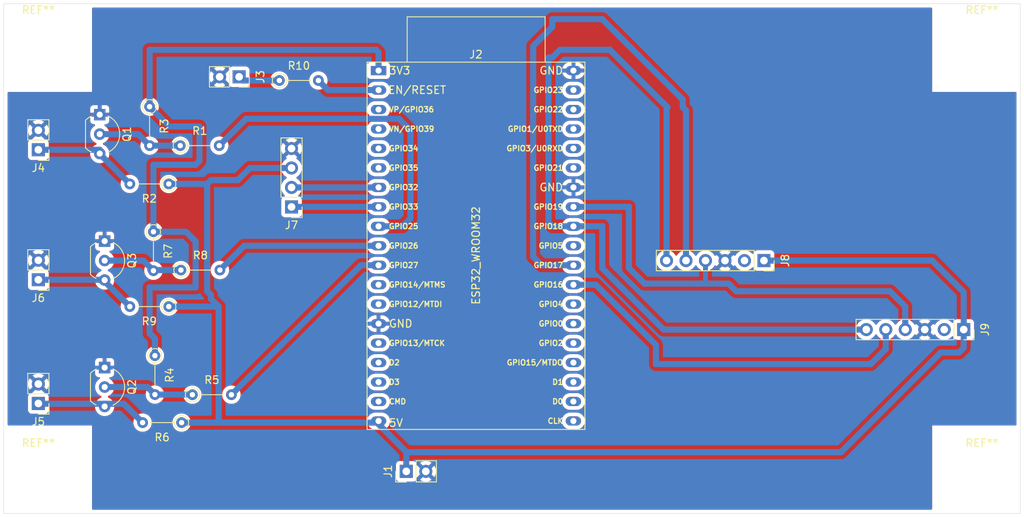
<source format=kicad_pcb>
(kicad_pcb (version 20241229) (generator "pcbnew") (generator_version "9.0")
  (layers (0 "F.Cu" signal) (2 "B.Cu" signal) (13 "F.Paste" user) (15 "B.Paste" user) (5 "F.SilkS" user "F.Silkscreen") (7 "B.SilkS" user "B.Silkscreen") (1 "F.Mask" user) (3 "B.Mask" user) (25 "Edge.Cuts" user))
  (net 0 "")
  (net 1 "GNDREF")
  (net 2 "+5V")
  (net 4 "RESET")
  (net 6 "/GPIO15 - ADC13")
  (net 8 "LCD_CLK")
  (net 9 "MAX31855_CS_KILN")
  (net 11 "/GPIO0 - ADC11")
  (net 12 "MAX31855_DO")
  (net 18 "MAX31855_CLK")
  (net 20 "SSR40-DA1")
  (net 21 "SSR40-DA2")
  (net 22 "MAX31855_CS_HSING")
  (net 23 "ALARM")
  (net 24 "/GPIO5 - VSPI SS")
  (net 28 "/GPIO23 - VSPI MOSI")
  (net 29 "/GPIO2 - ADC12")
  (net 31 "+3.3V")
  (net 32 "LCD_DO")
  (net 36 "/GPIO4 - ADC10")
  (net 37 "Net-(J3-Pin_1)")
  (net 38 "Net-(J4-Pin_1)")
  (net 39 "Net-(J5-Pin_1)")
  (net 40 "Net-(J6-Pin_1)")
  (net 43 "Net-(Q1-B)")
  (net 44 "Net-(Q2-B)")
  (net 45 "Net-(Q3-B)")
  (footprint "Package_TO_SOT_THT:TO-92_Inline_Wide" (layer "F.Cu") (at 73.64 100.46 -90)
    (property "Reference" "Q2" (at 2.54 -3.56 270) (layer "F.SilkS"))
    (property "Value" "2N3904")
    (fp_line (start 0.74 1.85) (end 4.34 1.85) (stroke (width 0.12)) (layer "F.SilkS"))
    (fp_arc (start 0.74 1.85) (mid 0.446097 1.509328) (end 0.215816 1.122795) (stroke (width 0.12)) (layer "F.SilkS"))
    (fp_arc (start 4.864184 1.122795) (mid 4.633903 1.509328) (end 4.34 1.85) (stroke (width 0.12)) (layer "F.SilkS"))
    (fp_arc (start 0.1836 -1.098807) (mid 1.143021 -2.192817) (end 2.54 -2.6) (stroke (width 0.12)) (layer "F.SilkS"))
    (fp_arc (start 2.54 -2.6) (mid 3.936979 -2.192818) (end 4.8964 -1.098807) (stroke (width 0.12)) (layer "F.SilkS"))
    (pad "1" thru_hole rect (at 0 0 270) (size 1.5 1.5) (drill 0.8) (layers "*.Cu" "*.Mask") (net 1 "GNDREF"))
    (pad "2" thru_hole circle (at 2.54 0 270) (size 1.5 1.5) (drill 0.8) (layers "*.Cu" "*.Mask") (net 44 "Net-(Q2-B)"))
    (pad "3" thru_hole circle (at 5.08 0 270) (size 1.5 1.5) (drill 0.8) (layers "*.Cu" "*.Mask") (net 39 "Net-(J5-Pin_1)"))
  )
  (footprint "Resistor_THT:R_Axial_DIN0204_L3.6mm_D1.6mm_P5.08mm_Vertical" (layer "F.Cu") (at 83.66876 107.641164 180)
    (property "Reference" "R6" (at 2.54 -1.92 0) (layer "F.SilkS"))
    (property "Value" "510")
    (fp_line (start 0.92 0) (end 4.08 0) (stroke (width 0.12)) (layer "F.SilkS"))
    (fp_circle (center 0 0) (end 0.92 0) (stroke (width 0.12)) (fill no) (layer "F.SilkS"))
    (pad "1" thru_hole circle (at 0 0 180) (size 1.4 1.4) (drill 0.7) (layers "*.Cu" "*.Mask") (net 2 "+5V"))
    (pad "2" thru_hole oval (at 5.08 0 180) (size 1.4 1.4) (drill 0.7) (layers "*.Cu" "*.Mask") (net 39 "Net-(J5-Pin_1)"))
  )
  (footprint "Connector_PinHeader_2.54mm:PinHeader_1x02_P2.54mm_Vertical" (layer "F.Cu") (at 112.96 114 90)
    (property "Reference" "J1" (at 0 -2.38 90) (layer "F.SilkS"))
    (property "Value" "MAIN_PWR")
    (fp_line (start -1.38 -1.38) (end 0 -1.38) (stroke (width 0.12)) (layer "F.SilkS"))
    (fp_line (start -1.38 0) (end -1.38 -1.38) (stroke (width 0.12)) (layer "F.SilkS"))
    (fp_line (start 1.38 1.27) (end 1.38 3.92) (stroke (width 0.12)) (layer "F.SilkS"))
    (fp_line (start -1.38 1.27) (end 1.38 1.27) (stroke (width 0.12)) (layer "F.SilkS"))
    (fp_line (start -1.38 1.27) (end -1.38 3.92) (stroke (width 0.12)) (layer "F.SilkS"))
    (fp_line (start -1.38 3.92) (end 1.38 3.92) (stroke (width 0.12)) (layer "F.SilkS"))
    (pad "1" thru_hole rect (at 0 0 90) (size 1.7 1.7) (drill 1) (layers "*.Cu" "*.Mask") (net 2 "+5V"))
    (pad "2" thru_hole circle (at 0 2.54 90) (size 1.7 1.7) (drill 1) (layers "*.Cu" "*.Mask") (net 1 "GNDREF"))
  )
  (footprint "Connector_PinSocket_2.54mm:PinSocket_1x06_P2.54mm_Vertical" (layer "F.Cu") (at 159.58 86.5 -90)
    (property "Reference" "J8" (at 0 -2.77 90) (layer "F.SilkS"))
    (property "Value" "MAX31855_KILN")
    (fp_line (start -1.33 14.03) (end 1.33 14.03) (stroke (width 0.12)) (layer "F.SilkS"))
    (fp_line (start -1.33 1.27) (end -1.33 14.03) (stroke (width 0.12)) (layer "F.SilkS"))
    (fp_line (start -1.33 1.27) (end 1.33 1.27) (stroke (width 0.12)) (layer "F.SilkS"))
    (fp_line (start 1.33 1.27) (end 1.33 14.03) (stroke (width 0.12)) (layer "F.SilkS"))
    (fp_line (start 0 -1.33) (end 1.33 -1.33) (stroke (width 0.12)) (layer "F.SilkS"))
    (fp_line (start 1.33 -1.33) (end 1.33 0) (stroke (width 0.12)) (layer "F.SilkS"))
    (pad "1" thru_hole rect (at 0 0 270) (size 1.7 1.7) (drill 1) (layers "*.Cu" "*.Mask") (net 2 "+5V"))
    (pad "2" thru_hole circle (at 0 2.54 270) (size 1.7 1.7) (drill 1) (layers "*.Cu" "*.Mask"))
    (pad "3" thru_hole circle (at 0 5.08 270) (size 1.7 1.7) (drill 1) (layers "*.Cu" "*.Mask") (net 1 "GNDREF"))
    (pad "4" thru_hole circle (at 0 7.62 270) (size 1.7 1.7) (drill 1) (layers "*.Cu" "*.Mask") (net 12 "MAX31855_DO"))
    (pad "5" thru_hole circle (at 0 10.16 270) (size 1.7 1.7) (drill 1) (layers "*.Cu" "*.Mask") (net 9 "MAX31855_CS_KILN"))
    (pad "6" thru_hole circle (at 0 12.7 270) (size 1.7 1.7) (drill 1) (layers "*.Cu" "*.Mask") (net 18 "MAX31855_CLK"))
  )
  (footprint "Package_TO_SOT_THT:TO-92_Inline_Wide" (layer "F.Cu") (at 73.64 83.96 -90)
    (property "Reference" "Q3" (at 2.54 -3.56 270) (layer "F.SilkS"))
    (property "Value" "2N3904")
    (fp_line (start 0.74 1.85) (end 4.34 1.85) (stroke (width 0.12)) (layer "F.SilkS"))
    (fp_arc (start 0.74 1.85) (mid 0.446097 1.509328) (end 0.215816 1.122795) (stroke (width 0.12)) (layer "F.SilkS"))
    (fp_arc (start 4.864184 1.122795) (mid 4.633903 1.509328) (end 4.34 1.85) (stroke (width 0.12)) (layer "F.SilkS"))
    (fp_arc (start 0.1836 -1.098807) (mid 1.143021 -2.192817) (end 2.54 -2.6) (stroke (width 0.12)) (layer "F.SilkS"))
    (fp_arc (start 2.54 -2.6) (mid 3.936979 -2.192818) (end 4.8964 -1.098807) (stroke (width 0.12)) (layer "F.SilkS"))
    (pad "1" thru_hole rect (at 0 0 270) (size 1.5 1.5) (drill 0.8) (layers "*.Cu" "*.Mask") (net 1 "GNDREF"))
    (pad "2" thru_hole circle (at 2.54 0 270) (size 1.5 1.5) (drill 0.8) (layers "*.Cu" "*.Mask") (net 45 "Net-(Q3-B)"))
    (pad "3" thru_hole circle (at 5.08 0 270) (size 1.5 1.5) (drill 0.8) (layers "*.Cu" "*.Mask") (net 40 "Net-(J6-Pin_1)"))
  )
  (footprint "MountingHole:MountingHole_3.2mm_M3" (layer "F.Cu") (at 65 114.5)
    (property "Reference" "REF**" (at 0 -4.2 0) (layer "F.SilkS"))
    (property "Value" "M3")
    (pad "" np_thru_hole circle (at 0 0) (size 3.2 3.2) (drill 3.2) (layers "*.Cu" "*.Mask"))
  )
  (footprint "MountingHole:MountingHole_3.2mm_M3" (layer "F.Cu") (at 188 58)
    (property "Reference" "REF**" (at 0 -4.2 0) (layer "F.SilkS"))
    (property "Value" "M3")
    (pad "" np_thru_hole circle (at 0 0) (size 3.2 3.2) (drill 3.2) (layers "*.Cu" "*.Mask"))
  )
  (footprint "MountingHole:MountingHole_3.2mm_M3" (layer "F.Cu") (at 188 114.5)
    (property "Reference" "REF**" (at 0 -4.2 0) (layer "F.SilkS"))
    (property "Value" "M3")
    (pad "" np_thru_hole circle (at 0 0) (size 3.2 3.2) (drill 3.2) (layers "*.Cu" "*.Mask"))
  )
  (footprint "Resistor_THT:R_Axial_DIN0204_L3.6mm_D1.6mm_P5.08mm_Vertical" (layer "F.Cu") (at 82 92.5 180)
    (property "Reference" "R9" (at 2.54 -1.92 0) (layer "F.SilkS"))
    (property "Value" "510")
    (fp_line (start 0.92 0) (end 4.08 0) (stroke (width 0.12)) (layer "F.SilkS"))
    (fp_circle (center 0 0) (end 0.92 0) (stroke (width 0.12)) (fill no) (layer "F.SilkS"))
    (pad "1" thru_hole circle (at 0 0 180) (size 1.4 1.4) (drill 0.7) (layers "*.Cu" "*.Mask") (net 2 "+5V"))
    (pad "2" thru_hole oval (at 5.08 0 180) (size 1.4 1.4) (drill 0.7) (layers "*.Cu" "*.Mask") (net 40 "Net-(J6-Pin_1)"))
  )
  (footprint "Connector_PinHeader_2.54mm:PinHeader_1x02_P2.54mm_Vertical" (layer "F.Cu") (at 65 72.04 180)
    (property "Reference" "J4" (at 0 -2.38 0) (layer "F.SilkS"))
    (property "Value" "SSR40_DA1")
    (fp_line (start 1.38 1.27) (end 1.38 3.92) (stroke (width 0.12)) (layer "F.SilkS"))
    (fp_line (start -1.38 3.92) (end 1.38 3.92) (stroke (width 0.12)) (layer "F.SilkS"))
    (fp_line (start -1.38 1.27) (end 1.38 1.27) (stroke (width 0.12)) (layer "F.SilkS"))
    (fp_line (start -1.38 1.27) (end -1.38 3.92) (stroke (width 0.12)) (layer "F.SilkS"))
    (fp_line (start -1.38 0) (end -1.38 -1.38) (stroke (width 0.12)) (layer "F.SilkS"))
    (fp_line (start -1.38 -1.38) (end 0 -1.38) (stroke (width 0.12)) (layer "F.SilkS"))
    (pad "1" thru_hole rect (at 0 0 180) (size 1.7 1.7) (drill 1) (layers "*.Cu" "*.Mask") (net 38 "Net-(J4-Pin_1)"))
    (pad "2" thru_hole circle (at 0 2.54 180) (size 1.7 1.7) (drill 1) (layers "*.Cu" "*.Mask") (net 1 "GNDREF"))
  )
  (footprint "Resistor_THT:R_Axial_DIN0204_L3.6mm_D1.6mm_P5.08mm_Vertical" (layer "F.Cu") (at 79.5 66.42 -90)
    (property "Reference" "R3" (at 2.54 -1.92 90) (layer "F.SilkS"))
    (property "Value" "10K")
    (fp_line (start 0.92 0) (end 4.08 0) (stroke (width 0.12)) (layer "F.SilkS"))
    (fp_circle (center 0 0) (end 0.92 0) (stroke (width 0.12)) (fill no) (layer "F.SilkS"))
    (pad "1" thru_hole circle (at 0 0 270) (size 1.4 1.4) (drill 0.7) (layers "*.Cu" "*.Mask") (net 31 "+3.3V"))
    (pad "2" thru_hole oval (at 5.08 0 270) (size 1.4 1.4) (drill 0.7) (layers "*.Cu" "*.Mask") (net 43 "Net-(Q1-B)"))
  )
  (footprint "Resistor_THT:R_Axial_DIN0204_L3.6mm_D1.6mm_P5.08mm_Vertical" (layer "F.Cu") (at 80.192193 98.902238 -90)
    (property "Reference" "R4" (at 2.54 -1.92 90) (layer "F.SilkS"))
    (property "Value" "10K")
    (fp_line (start 0.92 0) (end 4.08 0) (stroke (width 0.12)) (layer "F.SilkS"))
    (fp_circle (center 0 0) (end 0.92 0) (stroke (width 0.12)) (fill no) (layer "F.SilkS"))
    (pad "1" thru_hole circle (at 0 0 270) (size 1.4 1.4) (drill 0.7) (layers "*.Cu" "*.Mask") (net 31 "+3.3V"))
    (pad "2" thru_hole oval (at 5.08 0 270) (size 1.4 1.4) (drill 0.7) (layers "*.Cu" "*.Mask") (net 44 "Net-(Q2-B)"))
  )
  (footprint "MountingHole:MountingHole_3.2mm_M3" (layer "F.Cu") (at 65 58)
    (property "Reference" "REF**" (at 0 -4.2 0) (layer "F.SilkS"))
    (property "Value" "M3")
    (pad "" np_thru_hole circle (at 0 0) (size 3.2 3.2) (drill 3.2) (layers "*.Cu" "*.Mask"))
  )
  (footprint "Connector_PinHeader_2.54mm:PinHeader_1x04_P2.54mm_Vertical" (layer "F.Cu") (at 98 79.5 180)
    (property "Reference" "J7" (at 0 -2.38 0) (layer "F.SilkS"))
    (property "Value" "LCD_TM1637")
    (fp_line (start 1.38 1.27) (end 1.38 9) (stroke (width 0.12)) (layer "F.SilkS"))
    (fp_line (start -1.38 9) (end 1.38 9) (stroke (width 0.12)) (layer "F.SilkS"))
    (fp_line (start -1.38 1.27) (end 1.38 1.27) (stroke (width 0.12)) (layer "F.SilkS"))
    (fp_line (start -1.38 1.27) (end -1.38 9) (stroke (width 0.12)) (layer "F.SilkS"))
    (fp_line (start -1.38 0) (end -1.38 -1.38) (stroke (width 0.12)) (layer "F.SilkS"))
    (fp_line (start -1.38 -1.38) (end 0 -1.38) (stroke (width 0.12)) (layer "F.SilkS"))
    (pad "1" thru_hole rect (at 0 0 180) (size 1.7 1.7) (drill 1) (layers "*.Cu" "*.Mask") (net 8 "LCD_CLK"))
    (pad "2" thru_hole circle (at 0 2.54 180) (size 1.7 1.7) (drill 1) (layers "*.Cu" "*.Mask") (net 32 "LCD_DO"))
    (pad "3" thru_hole circle (at 0 5.08 180) (size 1.7 1.7) (drill 1) (layers "*.Cu" "*.Mask") (net 2 "+5V"))
    (pad "4" thru_hole circle (at 0 7.62 180) (size 1.7 1.7) (drill 1) (layers "*.Cu" "*.Mask") (net 1 "GNDREF"))
  )
  (footprint "PCM_Espressif:ESP32-DevKitC" (layer "F.Cu") (at 109.345 61.70812)
    (property "Reference" "J2" (at 12.7 -2.1 0) (layer "F.SilkS"))
    (property "Value" "ESP32_WROOM32" (at 12.7 24.13 90) (layer "F.SilkS"))
    (fp_line (start -1.5 46.82) (end 26.899999 46.82) (stroke (width 0.12)) (layer "F.SilkS"))
    (fp_line (start -1.499999 -1.1) (end -1.5 46.82) (stroke (width 0.12)) (layer "F.SilkS"))
    (fp_line (start 3.73012 -7.01312) (end 21.71332 -7.01312) (stroke (width 0.12)) (layer "F.SilkS"))
    (fp_line (start 3.73012 -1.12032) (end 3.73012 -7.01312) (stroke (width 0.12)) (layer "F.SilkS"))
    (fp_line (start 21.71332 -7.01312) (end 21.71332 -1.12032) (stroke (width 0.12)) (layer "F.SilkS"))
    (fp_line (start 26.899999 46.82) (end 26.9 -1.1) (stroke (width 0.12)) (layer "F.SilkS"))
    (fp_line (start 26.9 -1.1) (end -1.499999 -1.1) (stroke (width 0.12)) (layer "F.SilkS"))
    (fp_text user "GND" (at 1.27 33.02 0) (layer "F.SilkS") (effects (justify left)))
    (fp_text user "D0" (at 24.13 43.18 0) (layer "F.SilkS") (effects (font (size 0.7 0.7)) (justify right)))
    (fp_text user "CLK" (at 24.13 45.72 0) (layer "F.SilkS") (effects (font (size 0.7 0.7)) (justify right)))
    (fp_text user "GPIO3/U0RXD" (at 24.13 10.16 0) (layer "F.SilkS") (effects (font (size 0.7 0.7)) (justify right)))
    (fp_text user "VN/GPIO39" (at 1.27 7.62 0) (layer "F.SilkS") (effects (font (size 0.7 0.7)) (justify left)))
    (fp_text user "GPIO1/U0TXD" (at 24.13 7.62 0) (layer "F.SilkS") (effects (font (size 0.7 0.7)) (justify right)))
    (fp_text user "D3" (at 1.27 40.64 0) (layer "F.SilkS") (effects (font (size 0.7 0.7)) (justify left)))
    (fp_text user "GPIO22" (at 24.13 5.08 0) (layer "F.SilkS") (effects (font (size 0.7 0.7)) (justify right)))
    (fp_text user "GPIO18" (at 24.13 20.32 0) (layer "F.SilkS") (effects (font (size 0.7 0.7)) (justify right)))
    (fp_text user "GPIO17" (at 24.13 25.4 0) (layer "F.SilkS") (effects (font (size 0.7 0.7)) (justify right)))
    (fp_text user "GPIO2" (at 24.13 35.56 0) (layer "F.SilkS") (effects (font (size 0.7 0.7)) (justify right)))
    (fp_text user "VP/GPIO36" (at 1.27 5.08 0) (layer "F.SilkS") (effects (font (size 0.7 0.7)) (justify left)))
    (fp_text user "GPIO0" (at 24.13 33.02 0) (layer "F.SilkS") (effects (font (size 0.7 0.7)) (justify right)))
    (fp_text user "GPIO35" (at 1.27 12.7 0) (layer "F.SilkS") (effects (font (size 0.7 0.7)) (justify left)))
    (fp_text user "GPIO19" (at 24.13 17.78 0) (layer "F.SilkS") (effects (font (size 0.7 0.7)) (justify right)))
    (fp_text user "GPIO33" (at 1.27 17.78 0) (layer "F.SilkS") (effects (font (size 0.7 0.7)) (justify left)))
    (fp_text user "D1" (at 24.13 40.64 0) (layer "F.SilkS") (effects (font (size 0.7 0.7)) (justify right)))
    (fp_text user "GPIO26" (at 1.27 22.86 0) (layer "F.SilkS") (effects (font (size 0.7 0.7)) (justify left)))
    (fp_text user "GPIO5" (at 24.13 22.86 0) (layer "F.SilkS") (effects (font (size 0.7 0.7)) (justify right)))
    (fp_text user "GPIO32" (at 1.27 15.24 0) (layer "F.SilkS") (effects (font (size 0.7 0.7)) (justify left)))
    (fp_text user "GPIO4" (at 24.13 30.48 0) (layer "F.SilkS") (effects (font (size 0.7 0.7)) (justify right)))
    (fp_text user "GND" (at 24.13 0 0) (layer "F.SilkS") (effects (justify right)))
    (fp_text user "D2" (at 1.27 38.1 0) (layer "F.SilkS") (effects (font (size 0.7 0.7)) (justify left)))
    (fp_text user "GPIO14/MTMS" (at 1.27 27.94 0) (layer "F.SilkS") (effects (font (size 0.7 0.7)) (justify left)))
    (fp_text user "5V" (at 1.26632 45.97128 0) (layer "F.SilkS") (effects (justify left)))
    (fp_text user "GPIO21" (at 24.13 12.7 0) (layer "F.SilkS") (effects (font (size 0.7 0.7)) (justify right)))
    (fp_text user "GND" (at 24.13 15.24 0) (layer "F.SilkS") (effects (justify right)))
    (fp_text user "EN/RESET" (at 8.88632 2.53728 0) (layer "F.SilkS") (effects (justify right)))
    (fp_text user "GPIO27" (at 1.27 25.4 0) (layer "F.SilkS") (effects (font (size 0.7 0.7)) (justify left)))
    (fp_text user "GPIO25" (at 1.27 20.32 0) (layer "F.SilkS") (effects (font (size 0.7 0.7)) (justify left)))
    (fp_text user "GPIO12/MTDI" (at 1.27 30.48 0) (layer "F.SilkS") (effects (font (size 0.7 0.7)) (justify left)))
    (fp_text user "GPIO15/MTDO" (at 24.13 38.1 0) (layer "F.SilkS") (effects (font (size 0.7 0.7)) (justify right)))
    (fp_text user "GPIO23" (at 24.13 2.54 0) (layer "F.SilkS") (effects (font (size 0.7 0.7)) (justify right)))
    (fp_text user "CMD" (at 1.27 43.18 0) (layer "F.SilkS") (effects (font (size 0.7 0.7)) (justify left)))
    (fp_text user "GPIO13/MTCK" (at 1.27 35.56 0) (layer "F.SilkS") (effects (font (size 0.7 0.7)) (justify left)))
    (fp_text user "GPIO16" (at 24.13 27.94 0) (layer "F.SilkS") (effects (font (size 0.7 0.7)) (justify right)))
    (fp_text user "GPIO34" (at 1.27 10.16 0) (layer "F.SilkS") (effects (font (size 0.7 0.7)) (justify left)))
    (fp_text user "3V3" (at 1.27 0 0) (layer "F.SilkS") (effects (justify left)))
    (pad "1" thru_hole rect (at 0 0 270) (size 1.2 2) (drill 0.8) (layers "*.Cu" "*.Mask") (net 31 "+3.3V"))
    (pad "2" thru_hole oval (at 0 2.54 270) (size 1.2 2) (drill 0.8) (layers "*.Cu" "*.Mask") (net 4 "RESET"))
    (pad "3" thru_hole oval (at 0 5.08 270) (size 1.2 2) (drill 0.8) (layers "*.Cu" "*.Mask"))
    (pad "4" thru_hole oval (at 0 7.62 270) (size 1.2 2) (drill 0.8) (layers "*.Cu" "*.Mask"))
    (pad "5" thru_hole oval (at 0 10.16 270) (size 1.2 2) (drill 0.8) (layers "*.Cu" "*.Mask"))
    (pad "6" thru_hole oval (at 0 12.7 270) (size 1.2 2) (drill 0.8) (layers "*.Cu" "*.Mask"))
    (pad "7" thru_hole oval (at 0 15.24 270) (size 1.2 2) (drill 0.8) (layers "*.Cu" "*.Mask") (net 32 "LCD_DO"))
    (pad "8" thru_hole oval (at 0 17.78 270) (size 1.2 2) (drill 0.8) (layers "*.Cu" "*.Mask") (net 8 "LCD_CLK"))
    (pad "9" thru_hole oval (at 0 20.32 270) (size 1.2 2) (drill 0.8) (layers "*.Cu" "*.Mask") (net 20 "SSR40-DA1"))
    (pad "10" thru_hole oval (at 0 22.86 270) (size 1.2 2) (drill 0.8) (layers "*.Cu" "*.Mask") (net 23 "ALARM"))
    (pad "11" thru_hole oval (at 0 25.4 270) (size 1.2 2) (drill 0.8) (layers "*.Cu" "*.Mask") (net 21 "SSR40-DA2"))
    (pad "12" thru_hole oval (at 0 27.94 270) (size 1.2 2) (drill 0.8) (layers "*.Cu" "*.Mask"))
    (pad "13" thru_hole oval (at 0 30.48 270) (size 1.2 2) (drill 0.8) (layers "*.Cu" "*.Mask"))
    (pad "14" thru_hole oval (at 0 33.02 270) (size 1.2 2) (drill 0.8) (layers "*.Cu" "*.Mask") (net 1 "GNDREF"))
    (pad "15" thru_hole oval (at 0 35.56 270) (size 1.2 2) (drill 0.8) (layers "*.Cu" "*.Mask"))
    (pad "16" thru_hole oval (at 0 38.1 270) (size 1.2 2) (drill 0.8) (layers "*.Cu" "*.Mask"))
    (pad "17" thru_hole oval (at 0 40.64 270) (size 1.2 2) (drill 0.8) (layers "*.Cu" "*.Mask"))
    (pad "18" thru_hole oval (at 0 43.18 270) (size 1.2 2) (drill 0.8) (layers "*.Cu" "*.Mask"))
    (pad "19" thru_hole oval (at 0 45.72 270) (size 1.2 2) (drill 0.8) (layers "*.Cu" "*.Mask") (net 2 "+5V"))
    (pad "20" thru_hole oval (at 25.39632 45.71728 270) (size 1.2 2) (drill 0.8) (layers "*.Cu" "*.Mask"))
    (pad "21" thru_hole oval (at 25.39632 43.17728 270) (size 1.2 2) (drill 0.8) (layers "*.Cu" "*.Mask"))
    (pad "22" thru_hole oval (at 25.4 40.64 270) (size 1.2 2) (drill 0.8) (layers "*.Cu" "*.Mask"))
    (pad "23" thru_hole oval (at 25.4 38.1 270) (size 1.2 2) (drill 0.8) (layers "*.Cu" "*.Mask") (net 6 "/GPIO15 - ADC13"))
    (pad "24" thru_hole oval (at 25.4 35.56 270) (size 1.2 2) (drill 0.8) (layers "*.Cu" "*.Mask") (net 29 "/GPIO2 - ADC12"))
    (pad "25" thru_hole oval (at 25.4 33.02 270) (size 1.2 2) (drill 0.8) (layers "*.Cu" "*.Mask") (net 11 "/GPIO0 - ADC11"))
    (pad "26" thru_hole oval (at 25.4 30.48 270) (size 1.2 2) (drill 0.8) (layers "*.Cu" "*.Mask") (net 36 "/GPIO4 - ADC10"))
    (pad "27" thru_hole oval (at 25.4 27.94 270) (size 1.2 2) (drill 0.8) (layers "*.Cu" "*.Mask") (net 22 "MAX31855_CS_HSING"))
    (pad "28" thru_hole oval (at 25.4 25.4 270) (size 1.2 2) (drill 0.8) (layers "*.Cu" "*.Mask") (net 9 "MAX31855_CS_KILN"))
    (pad "29" thru_hole oval (at 25.4 22.86 270) (size 1.2 2) (drill 0.8) (layers "*.Cu" "*.Mask") (net 24 "/GPIO5 - VSPI SS"))
    (pad "30" thru_hole oval (at 25.4 20.32 270) (size 1.2 2) (drill 0.8) (layers "*.Cu" "*.Mask") (net 18 "MAX31855_CLK"))
    (pad "31" thru_hole oval (at 25.4 17.78 270) (size 1.2 2) (drill 0.8) (layers "*.Cu" "*.Mask") (net 12 "MAX31855_DO"))
    (pad "32" thru_hole oval (at 25.4 15.24 270) (size 1.2 2) (drill 0.8) (layers "*.Cu" "*.Mask") (net 1 "GNDREF"))
    (pad "33" thru_hole oval (at 25.4 12.7 270) (size 1.2 2) (drill 0.8) (layers "*.Cu" "*.Mask"))
    (pad "34" thru_hole oval (at 25.4 10.16 270) (size 1.2 2) (drill 0.8) (layers "*.Cu" "*.Mask"))
    (pad "35" thru_hole oval (at 25.4 7.62 270) (size 1.2 2) (drill 0.8) (layers "*.Cu" "*.Mask"))
    (pad "36" thru_hole oval (at 25.4 5.08 270) (size 1.2 2) (drill 0.8) (layers "*.Cu" "*.Mask"))
    (pad "37" thru_hole oval (at 25.4 2.54 270) (size 1.2 2) (drill 0.8) (layers "*.Cu" "*.Mask") (net 28 "/GPIO23 - VSPI MOSI"))
    (pad "38" thru_hole oval (at 25.4 0 270) (size 1.2 2) (drill 0.8) (layers "*.Cu" "*.Mask") (net 1 "GNDREF"))
  )
  (footprint "Connector_PinHeader_2.54mm:PinHeader_1x02_P2.54mm_Vertical" (layer "F.Cu") (at 65 105.141164 180)
    (property "Reference" "J5" (at 0 -2.38 0) (layer "F.SilkS"))
    (property "Value" "SSR40_DA2")
    (fp_line (start 1.38 1.27) (end 1.38 3.92) (stroke (width 0.12)) (layer "F.SilkS"))
    (fp_line (start -1.38 3.92) (end 1.38 3.92) (stroke (width 0.12)) (layer "F.SilkS"))
    (fp_line (start -1.38 1.27) (end 1.38 1.27) (stroke (width 0.12)) (layer "F.SilkS"))
    (fp_line (start -1.38 1.27) (end -1.38 3.92) (stroke (width 0.12)) (layer "F.SilkS"))
    (fp_line (start -1.38 0) (end -1.38 -1.38) (stroke (width 0.12)) (layer "F.SilkS"))
    (fp_line (start -1.38 -1.38) (end 0 -1.38) (stroke (width 0.12)) (layer "F.SilkS"))
    (pad "1" thru_hole rect (at 0 0 180) (size 1.7 1.7) (drill 1) (layers "*.Cu" "*.Mask") (net 39 "Net-(J5-Pin_1)"))
    (pad "2" thru_hole circle (at 0 2.54 180) (size 1.7 1.7) (drill 1) (layers "*.Cu" "*.Mask") (net 1 "GNDREF"))
  )
  (footprint "Connector_PinSocket_2.54mm:PinSocket_1x02_P2.54mm_Vertical" (layer "F.Cu") (at 91.17 62.525 -90)
    (property "Reference" "J3" (at 0 -2.77 90) (layer "F.SilkS"))
    (property "Value" "RESET_SWTCH")
    (fp_line (start -1.33 3.87) (end 1.33 3.87) (stroke (width 0.12)) (layer "F.SilkS"))
    (fp_line (start -1.33 1.27) (end -1.33 3.87) (stroke (width 0.12)) (layer "F.SilkS"))
    (fp_line (start -1.33 1.27) (end 1.33 1.27) (stroke (width 0.12)) (layer "F.SilkS"))
    (fp_line (start 1.33 1.27) (end 1.33 3.87) (stroke (width 0.12)) (layer "F.SilkS"))
    (fp_line (start 0 -1.33) (end 1.33 -1.33) (stroke (width 0.12)) (layer "F.SilkS"))
    (fp_line (start 1.33 -1.33) (end 1.33 0) (stroke (width 0.12)) (layer "F.SilkS"))
    (pad "1" thru_hole rect (at 0 0 270) (size 1.7 1.7) (drill 1) (layers "*.Cu" "*.Mask") (net 37 "Net-(J3-Pin_1)"))
    (pad "2" thru_hole circle (at 0 2.54 270) (size 1.7 1.7) (drill 1) (layers "*.Cu" "*.Mask") (net 1 "GNDREF"))
  )
  (footprint "Resistor_THT:R_Axial_DIN0204_L3.6mm_D1.6mm_P5.08mm_Vertical" (layer "F.Cu") (at 96.42 63)
    (property "Reference" "R10" (at 2.54 -1.92 0) (layer "F.SilkS"))
    (property "Value" "10K")
    (fp_line (start 0.92 0) (end 4.08 0) (stroke (width 0.12)) (layer "F.SilkS"))
    (fp_circle (center 0 0) (end 0.92 0) (stroke (width 0.12)) (fill no) (layer "F.SilkS"))
    (pad "1" thru_hole circle (at 0 0) (size 1.4 1.4) (drill 0.7) (layers "*.Cu" "*.Mask") (net 37 "Net-(J3-Pin_1)"))
    (pad "2" thru_hole oval (at 5.08 0) (size 1.4 1.4) (drill 0.7) (layers "*.Cu" "*.Mask") (net 4 "RESET"))
  )
  (footprint "Resistor_THT:R_Axial_DIN0204_L3.6mm_D1.6mm_P5.08mm_Vertical" (layer "F.Cu") (at 83.581061 87.738453)
    (property "Reference" "R8" (at 2.54 -1.92 0) (layer "F.SilkS"))
    (property "Value" "1K")
    (fp_line (start 0.92 0) (end 4.08 0) (stroke (width 0.12)) (layer "F.SilkS"))
    (fp_circle (center 0 0) (end 0.92 0) (stroke (width 0.12)) (fill no) (layer "F.SilkS"))
    (pad "1" thru_hole circle (at 0 0) (size 1.4 1.4) (drill 0.7) (layers "*.Cu" "*.Mask") (net 45 "Net-(Q3-B)"))
    (pad "2" thru_hole oval (at 5.08 0) (size 1.4 1.4) (drill 0.7) (layers "*.Cu" "*.Mask") (net 23 "ALARM"))
  )
  (footprint "Resistor_THT:R_Axial_DIN0204_L3.6mm_D1.6mm_P5.08mm_Vertical" (layer "F.Cu") (at 82 76.5 180)
    (property "Reference" "R2" (at 2.54 -1.92 0) (layer "F.SilkS"))
    (property "Value" "510")
    (fp_line (start 0.92 0) (end 4.08 0) (stroke (width 0.12)) (layer "F.SilkS"))
    (fp_circle (center 0 0) (end 0.92 0) (stroke (width 0.12)) (fill no) (layer "F.SilkS"))
    (pad "1" thru_hole circle (at 0 0 180) (size 1.4 1.4) (drill 0.7) (layers "*.Cu" "*.Mask") (net 2 "+5V"))
    (pad "2" thru_hole oval (at 5.08 0 180) (size 1.4 1.4) (drill 0.7) (layers "*.Cu" "*.Mask") (net 38 "Net-(J4-Pin_1)"))
  )
  (footprint "Resistor_THT:R_Axial_DIN0204_L3.6mm_D1.6mm_P5.08mm_Vertical" (layer "F.Cu") (at 83.5 71.5)
    (property "Reference" "R1" (at 2.54 -1.92 0) (layer "F.SilkS"))
    (property "Value" "1K")
    (fp_line (start 0.92 0) (end 4.08 0) (stroke (width 0.12)) (layer "F.SilkS"))
    (fp_circle (center 0 0) (end 0.92 0) (stroke (width 0.12)) (fill no) (layer "F.SilkS"))
    (pad "1" thru_hole circle (at 0 0) (size 1.4 1.4) (drill 0.7) (layers "*.Cu" "*.Mask") (net 43 "Net-(Q1-B)"))
    (pad "2" thru_hole oval (at 5.08 0) (size 1.4 1.4) (drill 0.7) (layers "*.Cu" "*.Mask") (net 20 "SSR40-DA1"))
  )
  (footprint "Connector_PinHeader_2.54mm:PinHeader_1x02_P2.54mm_Vertical" (layer "F.Cu") (at 65 89 180)
    (property "Reference" "J6" (at 0 -2.38 0) (layer "F.SilkS"))
    (property "Value" "PZO_SPKR")
    (fp_line (start 1.38 1.27) (end 1.38 3.92) (stroke (width 0.12)) (layer "F.SilkS"))
    (fp_line (start -1.38 3.92) (end 1.38 3.92) (stroke (width 0.12)) (layer "F.SilkS"))
    (fp_line (start -1.38 1.27) (end 1.38 1.27) (stroke (width 0.12)) (layer "F.SilkS"))
    (fp_line (start -1.38 1.27) (end -1.38 3.92) (stroke (width 0.12)) (layer "F.SilkS"))
    (fp_line (start -1.38 0) (end -1.38 -1.38) (stroke (width 0.12)) (layer "F.SilkS"))
    (fp_line (start -1.38 -1.38) (end 0 -1.38) (stroke (width 0.12)) (layer "F.SilkS"))
    (pad "1" thru_hole rect (at 0 0 180) (size 1.7 1.7) (drill 1) (layers "*.Cu" "*.Mask") (net 40 "Net-(J6-Pin_1)"))
    (pad "2" thru_hole circle (at 0 2.54 180) (size 1.7 1.7) (drill 1) (layers "*.Cu" "*.Mask") (net 1 "GNDREF"))
  )
  (footprint "Resistor_THT:R_Axial_DIN0204_L3.6mm_D1.6mm_P5.08mm_Vertical" (layer "F.Cu") (at 80 82.738453 -90)
    (property "Reference" "R7" (at 2.54 -1.92 90) (layer "F.SilkS"))
    (property "Value" "10K")
    (fp_line (start 0.92 0) (end 4.08 0) (stroke (width 0.12)) (layer "F.SilkS"))
    (fp_circle (center 0 0) (end 0.92 0) (stroke (width 0.12)) (fill no) (layer "F.SilkS"))
    (pad "1" thru_hole circle (at 0 0 270) (size 1.4 1.4) (drill 0.7) (layers "*.Cu" "*.Mask") (net 31 "+3.3V"))
    (pad "2" thru_hole oval (at 5.08 0 270) (size 1.4 1.4) (drill 0.7) (layers "*.Cu" "*.Mask") (net 45 "Net-(Q3-B)"))
  )
  (footprint "Connector_PinSocket_2.54mm:PinSocket_1x06_P2.54mm_Vertical" (layer "F.Cu") (at 185.62 95.5 -90)
    (property "Reference" "J9" (at 0 -2.77 90) (layer "F.SilkS"))
    (property "Value" "MAX31855_HSING")
    (fp_line (start -1.33 14.03) (end 1.33 14.03) (stroke (width 0.12)) (layer "F.SilkS"))
    (fp_line (start -1.33 1.27) (end -1.33 14.03) (stroke (width 0.12)) (layer "F.SilkS"))
    (fp_line (start -1.33 1.27) (end 1.33 1.27) (stroke (width 0.12)) (layer "F.SilkS"))
    (fp_line (start 1.33 1.27) (end 1.33 14.03) (stroke (width 0.12)) (layer "F.SilkS"))
    (fp_line (start 0 -1.33) (end 1.33 -1.33) (stroke (width 0.12)) (layer "F.SilkS"))
    (fp_line (start 1.33 -1.33) (end 1.33 0) (stroke (width 0.12)) (layer "F.SilkS"))
    (pad "1" thru_hole rect (at 0 0 270) (size 1.7 1.7) (drill 1) (layers "*.Cu" "*.Mask") (net 2 "+5V"))
    (pad "2" thru_hole circle (at 0 2.54 270) (size 1.7 1.7) (drill 1) (layers "*.Cu" "*.Mask"))
    (pad "3" thru_hole circle (at 0 5.08 270) (size 1.7 1.7) (drill 1) (layers "*.Cu" "*.Mask") (net 1 "GNDREF"))
    (pad "4" thru_hole circle (at 0 7.62 270) (size 1.7 1.7) (drill 1) (layers "*.Cu" "*.Mask") (net 12 "MAX31855_DO"))
    (pad "5" thru_hole circle (at 0 10.16 270) (size 1.7 1.7) (drill 1) (layers "*.Cu" "*.Mask") (net 22 "MAX31855_CS_HSING"))
    (pad "6" thru_hole circle (at 0 12.7 270) (size 1.7 1.7) (drill 1) (layers "*.Cu" "*.Mask") (net 18 "MAX31855_CLK"))
  )
  (footprint "Resistor_THT:R_Axial_DIN0204_L3.6mm_D1.6mm_P5.08mm_Vertical" (layer "F.Cu") (at 85.082298 104)
    (property "Reference" "R5" (at 2.54 -1.92 0) (layer "F.SilkS"))
    (property "Value" "1K")
    (fp_line (start 0.92 0) (end 4.08 0) (stroke (width 0.12)) (layer "F.SilkS"))
    (fp_circle (center 0 0) (end 0.92 0) (stroke (width 0.12)) (fill no) (layer "F.SilkS"))
    (pad "1" thru_hole circle (at 0 0) (size 1.4 1.4) (drill 0.7) (layers "*.Cu" "*.Mask") (net 44 "Net-(Q2-B)"))
    (pad "2" thru_hole oval (at 5.08 0) (size 1.4 1.4) (drill 0.7) (layers "*.Cu" "*.Mask") (net 21 "SSR40-DA2"))
  )
  (footprint "Package_TO_SOT_THT:TO-92_Inline_Wide" (layer "F.Cu") (at 73 67.46 -90)
    (property "Reference" "Q1" (at 2.54 -3.56 270) (layer "F.SilkS"))
    (property "Value" "2N3904")
    (fp_line (start 0.74 1.85) (end 4.34 1.85) (stroke (width 0.12)) (layer "F.SilkS"))
    (fp_arc (start 0.74 1.85) (mid 0.446097 1.509328) (end 0.215816 1.122795) (stroke (width 0.12)) (layer "F.SilkS"))
    (fp_arc (start 4.864184 1.122795) (mid 4.633903 1.509328) (end 4.34 1.85) (stroke (width 0.12)) (layer "F.SilkS"))
    (fp_arc (start 0.1836 -1.098807) (mid 1.143021 -2.192817) (end 2.54 -2.6) (stroke (width 0.12)) (layer "F.SilkS"))
    (fp_arc (start 2.54 -2.6) (mid 3.936979 -2.192818) (end 4.8964 -1.098807) (stroke (width 0.12)) (layer "F.SilkS"))
    (pad "1" thru_hole rect (at 0 0 270) (size 1.5 1.5) (drill 0.8) (layers "*.Cu" "*.Mask") (net 1 "GNDREF"))
    (pad "2" thru_hole circle (at 2.54 0 270) (size 1.5 1.5) (drill 0.8) (layers "*.Cu" "*.Mask") (net 43 "Net-(Q1-B)"))
    (pad "3" thru_hole circle (at 5.08 0 270) (size 1.5 1.5) (drill 0.8) (layers "*.Cu" "*.Mask") (net 38 "Net-(J4-Pin_1)"))
  )
  (gr_line (start 193 53) (end 193 119.5) (stroke (width 0.05)) (layer "Edge.Cuts"))
  (gr_line (start 60.5 119.5) (end 60.5 53) (stroke (width 0.05)) (layer "Edge.Cuts"))
  (gr_line (start 60.5 53) (end 193 53) (stroke (width 0.05)) (layer "Edge.Cuts"))
  (gr_line (start 193 119.5) (end 60.5 119.5) (stroke (width 0.05)) (layer "Edge.Cuts"))
  (gr_text "qtkiln v1" (at 156 61 0) (layer "F.Cu") (effects (font (size 3 3) (thickness 0.5) (bold yes)) (justify left bottom)))
  (segment (start 87 90.5) (end 87 76.5) (width 0.8) (layer "B.Cu") (net 2))
  (segment (start 87.5 91.5) (end 87.5 91) (width 0.8) (layer "B.Cu") (net 2))
  (segment (start 87.5 76) (end 87 76.5) (width 0.8) (layer "B.Cu") (net 2))
  (segment (start 87.5 91) (end 87 90.5) (width 0.8) (layer "B.Cu") (net 2))
  (segment (start 91 76) (end 92.58 74.42) (width 0.8) (layer "B.Cu") (net 2))
  (segment (start 88.5 107.641164) (end 88.5 92.5) (width 0.8) (layer "B.Cu") (net 2))
  (segment (start 108.858836 107.641164) (end 88.5 107.641164) (width 0.8) (layer "B.Cu") (net 2))
  (segment (start 112.96 111.46) (end 113 111.5) (width 0.8) (layer "B.Cu") (net 2))
  (segment (start 185 98.5) (end 185.62 97.88) (width 0.8) (layer "B.Cu") (net 2))
  (segment (start 88.5 92.5) (end 82 92.5) (width 0.8) (layer "B.Cu") (net 2))
  (segment (start 87 76.5) (end 82 76.5) (width 0.8) (layer "B.Cu") (net 2))
  (segment (start 109.07188 107.42812) (end 108.858836 107.641164) (width 0.8) (layer "B.Cu") (net 2))
  (segment (start 112.96 111.46) (end 112.96 114) (width 0.8) (layer "B.Cu") (net 2))
  (segment (start 169.62 111.5) (end 182.62 98.5) (width 0.8) (layer "B.Cu") (net 2))
  (segment (start 181.5 86.5) (end 185.62 90.62) (width 0.8) (layer "B.Cu") (net 2))
  (segment (start 88.5 92.5) (end 87.5 91.5) (width 0.8) (layer "B.Cu") (net 2))
  (segment (start 113 111.5) (end 169.62 111.5) (width 0.8) (layer "B.Cu") (net 2))
  (segment (start 185.62 90.62) (end 185.62 95.5) (width 0.8) (layer "B.Cu") (net 2))
  (segment (start 109.345 107.42812) (end 109.345 107.845) (width 0.8) (layer "B.Cu") (net 2))
  (segment (start 182.62 98.5) (end 185 98.5) (width 0.8) (layer "B.Cu") (net 2))
  (segment (start 185.62 97.88) (end 185.62 95.5) (width 0.8) (layer "B.Cu") (net 2))
  (segment (start 92.58 74.42) (end 98 74.42) (width 0.8) (layer "B.Cu") (net 2))
  (segment (start 109.345 107.845) (end 112.96 111.46) (width 0.8) (layer "B.Cu") (net 2))
  (segment (start 159.58 86.5) (end 181.5 86.5) (width 0.8) (layer "B.Cu") (net 2))
  (segment (start 88.5 107.641164) (end 83.66876 107.641164) (width 0.8) (layer "B.Cu") (net 2))
  (segment (start 109.345 107.42812) (end 109.07188 107.42812) (width 0.8) (layer "B.Cu") (net 2))
  (segment (start 87.5 76) (end 91 76) (width 0.8) (layer "B.Cu") (net 2))
  (segment (start 101.5 63) (end 102.74812 64.24812) (width 0.8) (layer "B.Cu") (net 4))
  (segment (start 102.74812 64.24812) (end 109.345 64.24812) (width 0.8) (layer "B.Cu") (net 4))
  (segment (start 98.01188 79.48812) (end 98 79.5) (width 0.8) (layer "B.Cu") (net 8))
  (segment (start 109.345 79.48812) (end 98.01188 79.48812) (width 0.8) (layer "B.Cu") (net 8))
  (segment (start 149.42 66.92) (end 149.42 86.5) (width 0.8) (layer "B.Cu") (net 9))
  (segment (start 129.5 58.5) (end 132 56) (width 0.8) (layer "B.Cu") (net 9))
  (segment (start 138.5 55) (end 149 65.5) (width 0.8) (layer "B.Cu") (net 9))
  (segment (start 149 65.5) (end 149 66.5) (width 0.8) (layer "B.Cu") (net 9))
  (segment (start 149 66.5) (end 149.42 66.92) (width 0.8) (layer "B.Cu") (net 9))
  (segment (start 129.5 86) (end 129.5 58.5) (width 0.8) (layer "B.Cu") (net 9))
  (segment (start 132 56) (end 132 55) (width 0.8) (layer "B.Cu") (net 9))
  (segment (start 134.745 87.10812) (end 130.60812 87.10812) (width 0.8) (layer "B.Cu") (net 9))
  (segment (start 132 55) (end 138.5 55) (width 0.8) (layer "B.Cu") (net 9))
  (segment (start 130.60812 87.10812) (end 129.5 86) (width 0.8) (layer "B.Cu") (net 9))
  (segment (start 155.96 90.5) (end 176 90.5) (width 0.8) (layer "B.Cu") (net 12))
  (segment (start 141.97188 87.47188) (end 144 89.5) (width 0.8) (layer "B.Cu") (net 12))
  (segment (start 151.96 89.46) (end 152 89.5) (width 0.65) (layer "B.Cu") (net 12))
  (segment (start 154.96 89.5) (end 155.23 89.77) (width 0.8) (layer "B.Cu") (net 12))
  (segment (start 152 89.5) (end 154.96 89.5) (width 0.8) (layer "B.Cu") (net 12))
  (segment (start 134.745 79.48812) (end 141.97188 79.48812) (width 0.8) (layer "B.Cu") (net 12))
  (segment (start 178 92.5) (end 178 95.5) (width 0.8) (layer "B.Cu") (net 12))
  (segment (start 144 89.5) (end 148.96 89.5) (width 0.8) (layer "B.Cu") (net 12))
  (segment (start 141.97188 79.48812) (end 141.97188 87.47188) (width 0.8) (layer "B.Cu") (net 12))
  (segment (start 176 90.5) (end 178 92.5) (width 0.8) (layer "B.Cu") (net 12))
  (segment (start 151.96 86.5) (end 151.96 89.46) (width 0.65) (layer "B.Cu") (net 12))
  (segment (start 148.96 89.5) (end 152 89.5) (width 0.8) (layer "B.Cu") (net 12))
  (segment (start 155.23 89.77) (end 155.96 90.5) (width 0.8) (layer "B.Cu") (net 12))
  (segment (start 131.5 60) (end 132 60) (width 0.8) (layer "B.Cu") (net 18))
  (segment (start 138.5 82) (end 138.5 87.5) (width 0.8) (layer "B.Cu") (net 18))
  (segment (start 134.745 82.02812) (end 138.47188 82.02812) (width 0.8) (layer "B.Cu") (net 18))
  (segment (start 132.02812 82.02812) (end 131.5 81.5) (width 0.8) (layer "B.Cu") (net 18))
  (segment (start 146.5 95.5) (end 172.92 95.5) (width 0.8) (layer "B.Cu") (net 18))
  (segment (start 133 59) (end 139.5 59) (width 0.8) (layer "B.Cu") (net 18))
  (segment (start 132 60) (end 133 59) (width 0.8) (layer "B.Cu") (net 18))
  (segment (start 146.88 66.62) (end 146.88 86.5) (width 0.8) (layer "B.Cu") (net 18))
  (segment (start 139.5 59) (end 147 66.5) (width 0.8) (layer "B.Cu") (net 18))
  (segment (start 134.745 82.02812) (end 132.02812 82.02812) (width 0.8) (layer "B.Cu") (net 18))
  (segment (start 131.5 81.5) (end 131.5 60) (width 0.8) (layer "B.Cu") (net 18))
  (segment (start 138.47188 82.02812) (end 138.5 82) (width 0.8) (layer "B.Cu") (net 18))
  (segment (start 147 66.5) (end 146.88 66.62) (width 0.8) (layer "B.Cu") (net 18))
  (segment (start 138.5 87.5) (end 146.5 95.5) (width 0.8) (layer "B.Cu") (net 18))
  (segment (start 112.47188 82.02812) (end 113.5 81) (width 0.8) (layer "B.Cu") (net 20))
  (segment (start 109.345 82.02812) (end 112.47188 82.02812) (width 0.8) (layer "B.Cu") (net 20))
  (segment (start 113.5 81) (end 113.5 69.5) (width 0.8) (layer "B.Cu") (net 20))
  (segment (start 112 68) (end 92.08 68) (width 0.8) (layer "B.Cu") (net 20))
  (segment (start 92.08 68) (end 88.58 71.5) (width 0.8) (layer "B.Cu") (net 20))
  (segment (start 113.5 69.5) (end 112 68) (width 0.8) (layer "B.Cu") (net 20))
  (segment (start 109.345 87.10812) (end 107.054178 87.10812) (width 0.8) (layer "B.Cu") (net 21))
  (segment (start 107.054178 87.10812) (end 90.162298 104) (width 0.8) (layer "B.Cu") (net 21))
  (segment (start 137.64812 89.64812) (end 145.5 97.5) (width 0.8) (layer "B.Cu") (net 22))
  (segment (start 145.5 100) (end 173.5 100) (width 0.8) (layer "B.Cu") (net 22))
  (segment (start 145.5 97.5) (end 145.5 100) (width 0.8) (layer "B.Cu") (net 22))
  (segment (start 134.745 89.64812) (end 137.64812 89.64812) (width 0.8) (layer "B.Cu") (net 22))
  (segment (start 173.5 100) (end 175.46 98.04) (width 0.8) (layer "B.Cu") (net 22))
  (segment (start 175.46 98.04) (end 175.46 95.5) (width 0.8) (layer "B.Cu") (net 22))
  (segment (start 109.345 84.56812) (end 91.831394 84.56812) (width 0.8) (layer "B.Cu") (net 23))
  (segment (start 91.831394 84.56812) (end 88.661061 87.738453) (width 0.8) (layer "B.Cu") (net 23))
  (segment (start 82.08 69) (end 79.5 66.42) (width 0.8) (layer "B.Cu") (net 31))
  (segment (start 86 69) (end 82.08 69) (width 0.8) (layer "B.Cu") (net 31))
  (segment (start 84.238453 82.738453) (end 85.5 84) (width 0.8) (layer "B.Cu") (net 31))
  (segment (start 85.5 90) (end 79.5 90) (width 0.8) (layer "B.Cu") (net 31))
  (segment (start 85.5 84) (end 85.5 90) (width 0.8) (layer "B.Cu") (net 31))
  (segment (start 109 59) (end 79.5 59) (width 0.8) (layer "B.Cu") (net 31))
  (segment (start 86 73.5) (end 86 69) (width 0.8) (layer "B.Cu") (net 31))
  (segment (start 109.345 59.345) (end 109 59) (width 0.8) (layer "B.Cu") (net 31))
  (segment (start 79.5 59) (end 79.5 66.42) (width 0.8) (layer "B.Cu") (net 31))
  (segment (start 79.5 96) (end 80.192193 96.692193) (width 0.8) (layer "B.Cu") (net 31))
  (segment (start 79.5 90) (end 79.5 96) (width 0.8) (layer "B.Cu") (net 31))
  (segment (start 80.192193 96.692193) (end 80.192193 98.902238) (width 0.8) (layer "B.Cu") (net 31))
  (segment (start 80 74) (end 85.5 74) (width 0.8) (layer "B.Cu") (net 31))
  (segment (start 85.5 74) (end 86 73.5) (width 0.8) (layer "B.Cu") (net 31))
  (segment (start 80 82.738453) (end 80 74) (width 0.8) (layer "B.Cu") (net 31))
  (segment (start 109.345 61.70812) (end 109.345 59.345) (width 0.8) (layer "B.Cu") (net 31))
  (segment (start 80 82.738453) (end 84.238453 82.738453) (width 0.8) (layer "B.Cu") (net 31))
  (segment (start 98 76.96) (end 109.33312 76.96) (width 0.8) (layer "B.Cu") (net 32))
  (segment (start 109.33312 76.96) (end 109.345 76.94812) (width 0.8) (layer "B.Cu") (net 32))
  (segment (start 91.645 63) (end 91.17 62.525) (width 0.8) (layer "B.Cu") (net 37))
  (segment (start 96.42 63) (end 91.645 63) (width 0.8) (layer "B.Cu") (net 37))
  (segment (start 73 72.04) (end 65 72.04) (width 0.8) (layer "B.Cu") (net 38))
  (segment (start 73 72.58) (end 76.92 76.5) (width 0.8) (layer "B.Cu") (net 38))
  (segment (start 73 72.04) (end 73 72.58) (width 0.8) (layer "B.Cu") (net 38))
  (segment (start 73.66876 105.181164) (end 65.04 105.181164) (width 0.8) (layer "B.Cu") (net 39))
  (segment (start 76.12876 105.181164) (end 78.58876 107.641164) (width 0.8) (layer "B.Cu") (net 39))
  (segment (start 65.04 105.181164) (end 65 105.141164) (width 0.8) (layer "B.Cu") (net 39))
  (segment (start 73.66876 105.181164) (end 76.12876 105.181164) (width 0.8) (layer "B.Cu") (net 39))
  (segment (start 73.161061 89) (end 65 89) (width 0.8) (layer "B.Cu") (net 40))
  (segment (start 73.42 89) (end 76.92 92.5) (width 0.8) (layer "B.Cu") (net 40))
  (segment (start 73.161061 89) (end 73.42 89) (width 0.8) (layer "B.Cu") (net 40))
  (segment (start 79.5 71.5) (end 78 70) (width 0.8) (layer "B.Cu") (net 43))
  (segment (start 78 70) (end 73 70) (width 0.8) (layer "B.Cu") (net 43))
  (segment (start 83.5 71.5) (end 79.5 71.5) (width 0.8) (layer "B.Cu") (net 43))
  (segment (start 85.064536 103.982238) (end 80.192193 103.982238) (width 0.8) (layer "B.Cu") (net 44))
  (segment (start 80.192193 103.982238) (end 79.209955 103) (width 0.8) (layer "B.Cu") (net 44))
  (segment (start 79.209955 103) (end 73.64 103) (width 0.8) (layer "B.Cu") (net 44))
  (segment (start 85.082298 104) (end 85.064536 103.982238) (width 0.8) (layer "B.Cu") (net 44))
  (segment (start 78.681547 86.5) (end 73.64 86.5) (width 0.8) (layer "B.Cu") (net 45))
  (segment (start 80.08 87.738453) (end 80 87.818453) (width 0.8) (layer "B.Cu") (net 45))
  (segment (start 80 87.818453) (end 79.681547 87.818453) (width 0.8) (layer "B.Cu") (net 45))
  (segment (start 79.681547 87.818453) (end 79.593094 87.73) (width 0.8) (layer "B.Cu") (net 45))
  (segment (start 80 87.818453) (end 78.681547 86.5) (width 0.8) (layer "B.Cu") (net 45))
  (segment (start 83.581061 87.738453) (end 80.08 87.738453) (width 0.8) (layer "B.Cu") (net 45))
  (zone (net 1) (net_name "GNDREF") (layers "F.Cu" "B.Cu") (connect_pads (clearance 0.5)) (min_thickness 0.25) (fill yes (thermal_gap 0.5) (thermal_bridge_width 0.5))
    (polygon (pts (xy 60 52.5) (xy 60 120) (xy 193.5 120) (xy 193.5 52.5)))
  )
  (zone (net 0) (net_name "") (layers "F.Cu" "B.Cu") (connect_pads (clearance 0)) (min_thickness 0.25)
    (keepout (tracks not_allowed) (vias not_allowed) (pads not_allowed) (copperpour not_allowed) (footprints not_allowed))
    (fill (thermal_gap 0.5) (thermal_bridge_width 0.5))
    (polygon (pts (xy 72 52.5) (xy 60 52.5) (xy 60 64.5) (xy 72 64.5)))
  )
  (zone (net 0) (net_name "") (layers "F.Cu" "B.Cu") (connect_pads (clearance 0)) (min_thickness 0.25)
    (keepout (tracks not_allowed) (vias not_allowed) (pads not_allowed) (copperpour not_allowed) (footprints not_allowed))
    (fill (thermal_gap 0.5) (thermal_bridge_width 0.5))
    (polygon (pts (xy 193.5 52.5) (xy 181.5 52.5) (xy 181.5 64.5) (xy 193.5 64.5)))
  )
  (zone (net 0) (net_name "") (layers "F.Cu" "B.Cu") (connect_pads (clearance 0)) (min_thickness 0.25)
    (keepout (tracks not_allowed) (vias not_allowed) (pads not_allowed) (copperpour not_allowed) (footprints not_allowed))
    (fill (thermal_gap 0.5) (thermal_bridge_width 0.5))
    (polygon (pts (xy 193.5 108) (xy 181.5 108) (xy 181.5 120) (xy 193.5 120)))
  )
  (zone (net 0) (net_name "") (layers "F.Cu" "B.Cu") (connect_pads (clearance 0)) (min_thickness 0.25)
    (keepout (tracks not_allowed) (vias not_allowed) (pads not_allowed) (copperpour not_allowed) (footprints not_allowed))
    (fill (thermal_gap 0.5) (thermal_bridge_width 0.5))
    (polygon (pts (xy 72 108) (xy 60 108) (xy 60 120) (xy 72 120)))
  )
)
</source>
